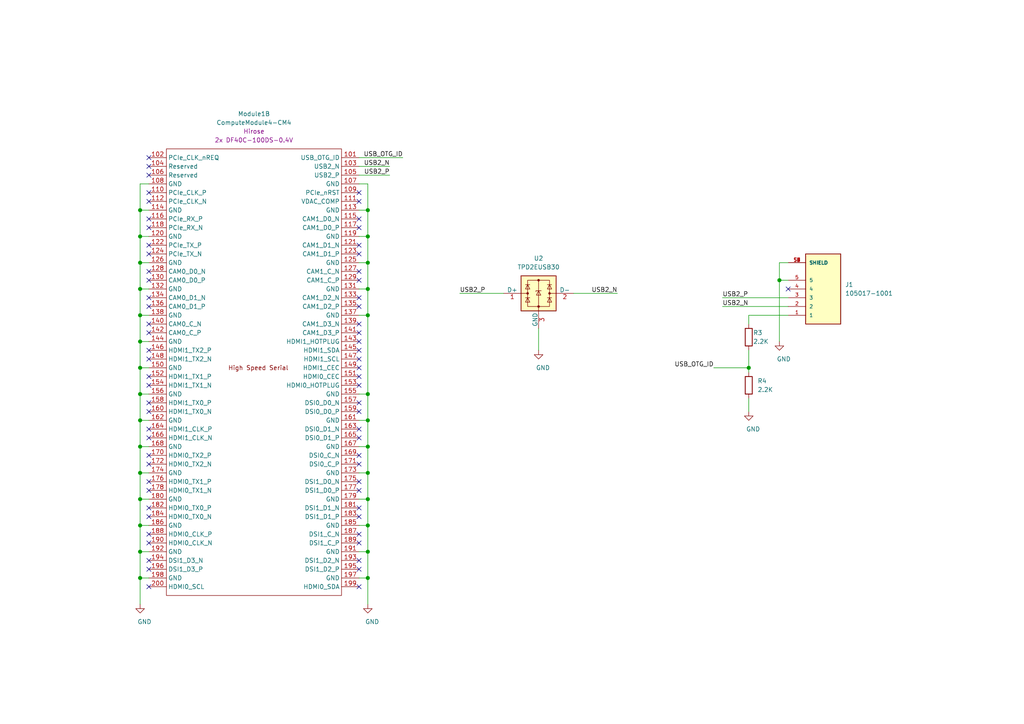
<source format=kicad_sch>
(kicad_sch (version 20210126) (generator eeschema)
  (paper "A4")
  (title_block (title "Raspberry Pi CM4 Carrier Board for Drone with Pixhawk") (date "2020-10-31") (rev "v01") (company "Universitetet i Agder") (comment 2 "creativecommons.org/licenses/by-sa/4.0") (comment 3 "License: CC BY 4.0") (comment 4 "Author: Martin Dahlseng Hermansen") (comment 6 "This is based on Shawn Hymels RPI CM4 Carrier Board Template") (comment 7 "Link to Shawn Hymels GIT: ") (comment 8 "https://github.com/ShawnHymel/rpi-cm4-carrier-template"))
  (lib_symbols
    (symbol "105017-1001:105017-1001" (pin_names (offset 1.016))
      (property "Reference" "J" (at -5.08 10.16 0))
      (property "Value" "105017-1001" (at -5.08 -10.16 0))
      (symbol "105017-1001_0_0"
        (rectangle (start -5.08 -10.16) (end 5.08 10.16) (stroke (width 0.254)) (fill (type background)))
        (pin passive line (at 10.16 7.62 180) (length 5.08) (name "1") (number "1"))
        (pin passive line (at 10.16 5.08 180) (length 5.08) (name "2") (number "2"))
        (pin passive line (at 10.16 2.54 180) (length 5.08) (name "3") (number "3"))
        (pin passive line (at 10.16 0 180) (length 5.08) (name "4") (number "4"))
        (pin passive line (at 10.16 -2.54 180) (length 5.08) (name "5") (number "5"))
        (pin passive line (at 10.16 -7.62 180) (length 5.08) (name "SHIELD") (number "S1"))
        (pin passive line (at 10.16 -7.62 180) (length 5.08) (name "SHIELD") (number "S2"))
        (pin passive line (at 10.16 -7.62 180) (length 5.08) (name "SHIELD") (number "S3"))
        (pin passive line (at 10.16 -7.62 180) (length 5.08) (name "SHIELD") (number "S4"))
        (pin passive line (at 10.16 -7.62 180) (length 5.08) (name "SHIELD") (number "S5"))
        (pin passive line (at 10.16 -7.62 180) (length 5.08) (name "SHIELD") (number "S6"))
      )
    )
    (symbol "CM4IO:ComputeModule4-CM4"
      (property "Reference" "Module" (at 113.03 -68.58 0))
      (property "Value" "ComputeModule4-CM4" (at 140.97 2.54 0))
      (property "Manufacturer" "Hirose" (at 0 0 0))
      (property "MPN" "2x DF40C-100DS-0.4V" (at 0 -2.54 0))
      (property "MPN (Alt)" "2x DF40HC(3.0)-100DS-0.4V" (at 0 0 0))
      (symbol "ComputeModule4-CM4_1_0"
        (text "GPIO" (at 0 6.35 0) (effects (font (size 1.27 1.27))))
      )
      (symbol "ComputeModule4-CM4_1_1"
        (text "600mA Max" (at -8.89 -53.34 0) (effects (font (size 1.27 1.27))))
        (text "600mA Max" (at -8.89 -48.26 0) (effects (font (size 1.27 1.27))))
        (text "NB SD signals are only available" (at -1.27 -27.94 0) (effects (font (size 1.27 1.27))))
        (text "on modules without eMMC" (at -1.27 -30.48 0) (effects (font (size 1.27 1.27))))
        (rectangle (start -30.48 -71.12) (end 25.4 58.42))
        (pin power_in line (at 27.94 55.88 180) (length 2.54) (name "GND") (number "1"))
        (pin passive line (at -33.02 45.72 0) (length 2.54) (name "Ethernet_Pair0_N") (number "10"))
        (pin output line (at -33.02 -68.58 0) (length 2.54) (name "nEXTRST") (number "100"))
        (pin passive line (at 27.94 43.18 180) (length 2.54) (name "Ethernet_Pair2_P") (number "11"))
        (pin passive line (at -33.02 43.18 0) (length 2.54) (name "Ethernet_Pair0_P") (number "12"))
        (pin power_in line (at 27.94 40.64 180) (length 2.54) (name "GND") (number "13"))
        (pin power_in line (at -33.02 40.64 0) (length 2.54) (name "GND") (number "14"))
        (pin output line (at 27.94 38.1 180) (length 2.54) (name "Ethernet_nLED3(3.3v)") (number "15"))
        (pin input line (at -33.02 38.1 0) (length 2.54) (name "Ethernet_SYNC_IN(1.8v)") (number "16"))
        (pin output line (at 27.94 35.56 180) (length 2.54) (name "Ethernet_nLED2(3.3v)") (number "17"))
        (pin input line (at -33.02 35.56 0) (length 2.54) (name "Ethernet_SYNC_OUT(1.8v)") (number "18"))
        (pin output line (at 27.94 33.02 180) (length 2.54) (name "Ethernet_nLED1(3.3v)") (number "19"))
        (pin power_in line (at -33.02 55.88 0) (length 2.54) (name "GND") (number "2"))
        (pin passive line (at -33.02 33.02 0) (length 2.54) (name "EEPROM_nWP") (number "20"))
        (pin open_collector line (at 27.94 30.48 180) (length 2.54) (name "PI_nLED_Activity") (number "21"))
        (pin power_in line (at -33.02 30.48 0) (length 2.54) (name "GND") (number "22"))
        (pin power_in line (at 27.94 27.94 180) (length 2.54) (name "GND") (number "23"))
        (pin passive line (at -33.02 27.94 0) (length 2.54) (name "GPIO26") (number "24"))
        (pin passive line (at 27.94 25.4 180) (length 2.54) (name "GPIO21") (number "25"))
        (pin passive line (at -33.02 25.4 0) (length 2.54) (name "GPIO19") (number "26"))
        (pin passive line (at 27.94 22.86 180) (length 2.54) (name "GPIO20") (number "27"))
        (pin passive line (at -33.02 22.86 0) (length 2.54) (name "GPIO13") (number "28"))
        (pin passive line (at 27.94 20.32 180) (length 2.54) (name "GPIO16") (number "29"))
        (pin passive line (at 27.94 53.34 180) (length 2.54) (name "Ethernet_Pair3_P") (number "3"))
        (pin passive line (at -33.02 20.32 0) (length 2.54) (name "GPIO6") (number "30"))
        (pin passive line (at 27.94 17.78 180) (length 2.54) (name "GPIO12") (number "31"))
        (pin power_in line (at -33.02 17.78 0) (length 2.54) (name "GND") (number "32"))
        (pin power_in line (at 27.94 15.24 180) (length 2.54) (name "GND") (number "33"))
        (pin passive line (at -33.02 15.24 0) (length 2.54) (name "GPIO5") (number "34"))
        (pin passive line (at 27.94 12.7 180) (length 2.54) (name "ID_SC") (number "35"))
        (pin passive line (at -33.02 12.7 0) (length 2.54) (name "ID_SD") (number "36"))
        (pin passive line (at 27.94 10.16 180) (length 2.54) (name "GPIO7") (number "37"))
        (pin passive line (at -33.02 10.16 0) (length 2.54) (name "GPIO11") (number "38"))
        (pin passive line (at 27.94 7.62 180) (length 2.54) (name "GPIO8") (number "39"))
        (pin passive line (at -33.02 53.34 0) (length 2.54) (name "Ethernet_Pair1_P") (number "4"))
        (pin passive line (at -33.02 7.62 0) (length 2.54) (name "GPIO9") (number "40"))
        (pin passive line (at 27.94 5.08 180) (length 2.54) (name "GPIO25") (number "41"))
        (pin power_in line (at -33.02 5.08 0) (length 2.54) (name "GND") (number "42"))
        (pin power_in line (at 27.94 2.54 180) (length 2.54) (name "GND") (number "43"))
        (pin passive line (at -33.02 2.54 0) (length 2.54) (name "GPIO10") (number "44"))
        (pin passive line (at 27.94 0 180) (length 2.54) (name "GPIO24") (number "45"))
        (pin passive line (at -33.02 0 0) (length 2.54) (name "GPIO22") (number "46"))
        (pin passive line (at 27.94 -2.54 180) (length 2.54) (name "GPIO23") (number "47"))
        (pin passive line (at -33.02 -2.54 0) (length 2.54) (name "GPIO27") (number "48"))
        (pin passive line (at 27.94 -5.08 180) (length 2.54) (name "GPIO18") (number "49"))
        (pin passive line (at 27.94 50.8 180) (length 2.54) (name "Ethernet_Pair3_N") (number "5"))
        (pin passive line (at -33.02 -5.08 0) (length 2.54) (name "GPIO17") (number "50"))
        (pin passive line (at 27.94 -7.62 180) (length 2.54) (name "GPIO15") (number "51"))
        (pin power_in line (at -33.02 -7.62 0) (length 2.54) (name "GND") (number "52"))
        (pin power_in line (at 27.94 -10.16 180) (length 2.54) (name "GND") (number "53"))
        (pin passive line (at -33.02 -10.16 0) (length 2.54) (name "GPIO4") (number "54"))
        (pin passive line (at 27.94 -12.7 180) (length 2.54) (name "GPIO14") (number "55"))
        (pin passive line (at -33.02 -12.7 0) (length 2.54) (name "GPIO3") (number "56"))
        (pin passive line (at 27.94 -15.24 180) (length 2.54) (name "SD_CLK") (number "57"))
        (pin passive line (at -33.02 -15.24 0) (length 2.54) (name "GPIO2") (number "58"))
        (pin power_in line (at 27.94 -17.78 180) (length 2.54) (name "GND") (number "59"))
        (pin passive line (at -33.02 50.8 0) (length 2.54) (name "Ethernet_Pair1_N") (number "6"))
        (pin power_in line (at -33.02 -17.78 0) (length 2.54) (name "GND") (number "60"))
        (pin passive line (at 27.94 -20.32 180) (length 2.54) (name "SD_DAT3") (number "61"))
        (pin passive line (at -33.02 -20.32 0) (length 2.54) (name "SD_CMD") (number "62"))
        (pin passive line (at 27.94 -22.86 180) (length 2.54) (name "SD_DAT0") (number "63"))
        (pin passive line (at -33.02 -22.86 0) (length 2.54) (name "SD_DAT5") (number "64"))
        (pin power_in line (at 27.94 -25.4 180) (length 2.54) (name "GND") (number "65"))
        (pin power_in line (at -33.02 -25.4 0) (length 2.54) (name "GND") (number "66"))
        (pin passive line (at 27.94 -27.94 180) (length 2.54) (name "SD_DAT1") (number "67"))
        (pin passive line (at -33.02 -27.94 0) (length 2.54) (name "SD_DAT4") (number "68"))
        (pin passive line (at 27.94 -30.48 180) (length 2.54) (name "SD_DAT2") (number "69"))
        (pin power_in line (at 27.94 48.26 180) (length 2.54) (name "GND") (number "7"))
        (pin passive line (at -33.02 -30.48 0) (length 2.54) (name "SD_DAT7") (number "70"))
        (pin power_in line (at 27.94 -33.02 180) (length 2.54) (name "GND") (number "71"))
        (pin passive line (at -33.02 -33.02 0) (length 2.54) (name "SD_DAT6") (number "72"))
        (pin input line (at 27.94 -35.56 180) (length 2.54) (name "SD_VDD_Override") (number "73"))
        (pin power_in line (at -33.02 -35.56 0) (length 2.54) (name "GND") (number "74"))
        (pin output line (at 27.94 -38.1 180) (length 2.54) (name "SD_PWR_ON") (number "75"))
        (pin passive line (at -33.02 -38.1 0) (length 2.54) (name "Reserved") (number "76"))
        (pin power_in line (at 27.94 -40.64 180) (length 2.54) (name "+5v_(Input)") (number "77"))
        (pin power_in line (at -33.02 -40.64 0) (length 2.54) (name "GPIO_VREF(1.8v/3.3v_Input)") (number "78"))
        (pin power_in line (at 27.94 -43.18 180) (length 2.54) (name "+5v_(Input)") (number "79"))
        (pin power_in line (at -33.02 48.26 0) (length 2.54) (name "GND") (number "8"))
        (pin passive line (at -33.02 -43.18 0) (length 2.54) (name "SCL0") (number "80"))
        (pin power_in line (at 27.94 -45.72 180) (length 2.54) (name "+5v_(Input)") (number "81"))
        (pin passive line (at -33.02 -45.72 0) (length 2.54) (name "SDA0") (number "82"))
        (pin power_in line (at 27.94 -48.26 180) (length 2.54) (name "+5v_(Input)") (number "83"))
        (pin power_out line (at -33.02 -48.26 0) (length 2.54) (name "+3.3v_(Output)") (number "84"))
        (pin power_in line (at 27.94 -50.8 180) (length 2.54) (name "+5v_(Input)") (number "85"))
        (pin power_out line (at -33.02 -50.8 0) (length 2.54) (name "+3.3v_(Output)") (number "86"))
        (pin power_in line (at 27.94 -53.34 180) (length 2.54) (name "+5v_(Input)") (number "87"))
        (pin power_out line (at -33.02 -53.34 0) (length 2.54) (name "+1.8v_(Output)") (number "88"))
        (pin power_in line (at 27.94 -55.88 180) (length 2.54) (name "WiFi_nDisable") (number "89"))
        (pin passive line (at 27.94 45.72 180) (length 2.54) (name "Ethernet_Pair2_N") (number "9"))
        (pin power_out line (at -33.02 -55.88 0) (length 2.54) (name "+1.8v_(Output)") (number "90"))
        (pin power_in line (at 27.94 -58.42 180) (length 2.54) (name "BT_nDisable") (number "91"))
        (pin passive line (at -33.02 -58.42 0) (length 2.54) (name "RUN_PG") (number "92"))
        (pin input line (at 27.94 -60.96 180) (length 2.54) (name "nRPIBOOT") (number "93"))
        (pin passive line (at -33.02 -60.96 0) (length 2.54) (name "AnalogIP0") (number "94"))
        (pin output line (at 27.94 -63.5 180) (length 2.54) (name "nPI_LED_PWR") (number "95"))
        (pin passive line (at -33.02 -63.5 0) (length 2.54) (name "AnalogIP1") (number "96"))
        (pin passive line (at 27.94 -66.04 180) (length 2.54) (name "Camera_GPIO") (number "97"))
        (pin power_in line (at -33.02 -66.04 0) (length 2.54) (name "GND") (number "98"))
        (pin input line (at 27.94 -68.58 180) (length 2.54) (name "Global_EN") (number "99"))
      )
      (symbol "ComputeModule4-CM4_2_1"
        (text "High Speed Serial" (at 140.97 0 0) (effects (font (size 1.27 1.27))))
        (rectangle (start 114.3 -66.04) (end 165.1 63.5))
        (pin input line (at 170.18 60.96 180) (length 5.08) (name "USB_OTG_ID") (number "101"))
        (pin input line (at 109.22 60.96 0) (length 5.08) (name "PCIe_CLK_nREQ") (number "102"))
        (pin passive line (at 170.18 58.42 180) (length 5.08) (name "USB2_N") (number "103"))
        (pin passive line (at 109.22 58.42 0) (length 5.08) (name "Reserved") (number "104"))
        (pin passive line (at 170.18 55.88 180) (length 5.08) (name "USB2_P") (number "105"))
        (pin passive line (at 109.22 55.88 0) (length 5.08) (name "Reserved") (number "106"))
        (pin power_in line (at 170.18 53.34 180) (length 5.08) (name "GND") (number "107"))
        (pin power_in line (at 109.22 53.34 0) (length 5.08) (name "GND") (number "108"))
        (pin bidirectional line (at 170.18 50.8 180) (length 5.08) (name "PCIe_nRST") (number "109"))
        (pin output line (at 109.22 50.8 0) (length 5.08) (name "PCIe_CLK_P") (number "110"))
        (pin passive line (at 170.18 48.26 180) (length 5.08) (name "VDAC_COMP") (number "111"))
        (pin output line (at 109.22 48.26 0) (length 5.08) (name "PCIe_CLK_N") (number "112"))
        (pin power_in line (at 170.18 45.72 180) (length 5.08) (name "GND") (number "113"))
        (pin power_in line (at 109.22 45.72 0) (length 5.08) (name "GND") (number "114"))
        (pin input line (at 170.18 43.18 180) (length 5.08) (name "CAM1_D0_N") (number "115"))
        (pin input line (at 109.22 43.18 0) (length 5.08) (name "PCIe_RX_P") (number "116"))
        (pin input line (at 170.18 40.64 180) (length 5.08) (name "CAM1_D0_P") (number "117"))
        (pin input line (at 109.22 40.64 0) (length 5.08) (name "PCIe_RX_N") (number "118"))
        (pin power_in line (at 170.18 38.1 180) (length 5.08) (name "GND") (number "119"))
        (pin power_in line (at 109.22 38.1 0) (length 5.08) (name "GND") (number "120"))
        (pin input line (at 170.18 35.56 180) (length 5.08) (name "CAM1_D1_N") (number "121"))
        (pin output line (at 109.22 35.56 0) (length 5.08) (name "PCIe_TX_P") (number "122"))
        (pin input line (at 170.18 33.02 180) (length 5.08) (name "CAM1_D1_P") (number "123"))
        (pin output line (at 109.22 33.02 0) (length 5.08) (name "PCIe_TX_N") (number "124"))
        (pin power_in line (at 170.18 30.48 180) (length 5.08) (name "GND") (number "125"))
        (pin power_in line (at 109.22 30.48 0) (length 5.08) (name "GND") (number "126"))
        (pin input line (at 170.18 27.94 180) (length 5.08) (name "CAM1_C_N") (number "127"))
        (pin input line (at 109.22 27.94 0) (length 5.08) (name "CAM0_D0_N") (number "128"))
        (pin input line (at 170.18 25.4 180) (length 5.08) (name "CAM1_C_P") (number "129"))
        (pin input line (at 109.22 25.4 0) (length 5.08) (name "CAM0_D0_P") (number "130"))
        (pin power_in line (at 170.18 22.86 180) (length 5.08) (name "GND") (number "131"))
        (pin power_in line (at 109.22 22.86 0) (length 5.08) (name "GND") (number "132"))
        (pin input line (at 170.18 20.32 180) (length 5.08) (name "CAM1_D2_N") (number "133"))
        (pin input line (at 109.22 20.32 0) (length 5.08) (name "CAM0_D1_N") (number "134"))
        (pin input line (at 170.18 17.78 180) (length 5.08) (name "CAM1_D2_P") (number "135"))
        (pin input line (at 109.22 17.78 0) (length 5.08) (name "CAM0_D1_P") (number "136"))
        (pin power_in line (at 170.18 15.24 180) (length 5.08) (name "GND") (number "137"))
        (pin power_in line (at 109.22 15.24 0) (length 5.08) (name "GND") (number "138"))
        (pin input line (at 170.18 12.7 180) (length 5.08) (name "CAM1_D3_N") (number "139"))
        (pin input line (at 109.22 12.7 0) (length 5.08) (name "CAM0_C_N") (number "140"))
        (pin input line (at 170.18 10.16 180) (length 5.08) (name "CAM1_D3_P") (number "141"))
        (pin input line (at 109.22 10.16 0) (length 5.08) (name "CAM0_C_P") (number "142"))
        (pin input line (at 170.18 7.62 180) (length 5.08) (name "HDMI1_HOTPLUG") (number "143"))
        (pin power_in line (at 109.22 7.62 0) (length 5.08) (name "GND") (number "144"))
        (pin bidirectional line (at 170.18 5.08 180) (length 5.08) (name "HDMI1_SDA") (number "145"))
        (pin output line (at 109.22 5.08 0) (length 5.08) (name "HDMI1_TX2_P") (number "146"))
        (pin open_collector line (at 170.18 2.54 180) (length 5.08) (name "HDMI1_SCL") (number "147"))
        (pin output line (at 109.22 2.54 0) (length 5.08) (name "HDMI1_TX2_N") (number "148"))
        (pin open_collector line (at 170.18 0 180) (length 5.08) (name "HDMI1_CEC") (number "149"))
        (pin power_in line (at 109.22 0 0) (length 5.08) (name "GND") (number "150"))
        (pin open_collector line (at 170.18 -2.54 180) (length 5.08) (name "HDMI0_CEC") (number "151"))
        (pin output line (at 109.22 -2.54 0) (length 5.08) (name "HDMI1_TX1_P") (number "152"))
        (pin input line (at 170.18 -5.08 180) (length 5.08) (name "HDMI0_HOTPLUG") (number "153"))
        (pin output line (at 109.22 -5.08 0) (length 5.08) (name "HDMI1_TX1_N") (number "154"))
        (pin power_in line (at 170.18 -7.62 180) (length 5.08) (name "GND") (number "155"))
        (pin power_in line (at 109.22 -7.62 0) (length 5.08) (name "GND") (number "156"))
        (pin output line (at 170.18 -10.16 180) (length 5.08) (name "DSI0_D0_N") (number "157"))
        (pin output line (at 109.22 -10.16 0) (length 5.08) (name "HDMI1_TX0_P") (number "158"))
        (pin output line (at 170.18 -12.7 180) (length 5.08) (name "DSI0_D0_P") (number "159"))
        (pin output line (at 109.22 -12.7 0) (length 5.08) (name "HDMI1_TX0_N") (number "160"))
        (pin power_in line (at 170.18 -15.24 180) (length 5.08) (name "GND") (number "161"))
        (pin power_in line (at 109.22 -15.24 0) (length 5.08) (name "GND") (number "162"))
        (pin output line (at 170.18 -17.78 180) (length 5.08) (name "DSI0_D1_N") (number "163"))
        (pin output line (at 109.22 -17.78 0) (length 5.08) (name "HDMI1_CLK_P") (number "164"))
        (pin output line (at 170.18 -20.32 180) (length 5.08) (name "DSI0_D1_P") (number "165"))
        (pin output line (at 109.22 -20.32 0) (length 5.08) (name "HDMI1_CLK_N") (number "166"))
        (pin power_in line (at 170.18 -22.86 180) (length 5.08) (name "GND") (number "167"))
        (pin power_in line (at 109.22 -22.86 0) (length 5.08) (name "GND") (number "168"))
        (pin output line (at 170.18 -25.4 180) (length 5.08) (name "DSI0_C_N") (number "169"))
        (pin output line (at 109.22 -25.4 0) (length 5.08) (name "HDMI0_TX2_P") (number "170"))
        (pin output line (at 170.18 -27.94 180) (length 5.08) (name "DSI0_C_P") (number "171"))
        (pin output line (at 109.22 -27.94 0) (length 5.08) (name "HDMI0_TX2_N") (number "172"))
        (pin power_in line (at 170.18 -30.48 180) (length 5.08) (name "GND") (number "173"))
        (pin power_in line (at 109.22 -30.48 0) (length 5.08) (name "GND") (number "174"))
        (pin output line (at 170.18 -33.02 180) (length 5.08) (name "DSI1_D0_N") (number "175"))
        (pin output line (at 109.22 -33.02 0) (length 5.08) (name "HDMI0_TX1_P") (number "176"))
        (pin output line (at 170.18 -35.56 180) (length 5.08) (name "DSI1_D0_P") (number "177"))
        (pin output line (at 109.22 -35.56 0) (length 5.08) (name "HDMI0_TX1_N") (number "178"))
        (pin power_in line (at 170.18 -38.1 180) (length 5.08) (name "GND") (number "179"))
        (pin power_in line (at 109.22 -38.1 0) (length 5.08) (name "GND") (number "180"))
        (pin output line (at 170.18 -40.64 180) (length 5.08) (name "DSI1_D1_N") (number "181"))
        (pin output line (at 109.22 -40.64 0) (length 5.08) (name "HDMI0_TX0_P") (number "182"))
        (pin output line (at 170.18 -43.18 180) (length 5.08) (name "DSI1_D1_P") (number "183"))
        (pin output line (at 109.22 -43.18 0) (length 5.08) (name "HDMI0_TX0_N") (number "184"))
        (pin power_in line (at 170.18 -45.72 180) (length 5.08) (name "GND") (number "185"))
        (pin power_in line (at 109.22 -45.72 0) (length 5.08) (name "GND") (number "186"))
        (pin output line (at 170.18 -48.26 180) (length 5.08) (name "DSI1_C_N") (number "187"))
        (pin output line (at 109.22 -48.26 0) (length 5.08) (name "HDMI0_CLK_P") (number "188"))
        (pin output line (at 170.18 -50.8 180) (length 5.08) (name "DSI1_C_P") (number "189"))
        (pin output line (at 109.22 -50.8 0) (length 5.08) (name "HDMI0_CLK_N") (number "190"))
        (pin power_in line (at 170.18 -53.34 180) (length 5.08) (name "GND") (number "191"))
        (pin power_in line (at 109.22 -53.34 0) (length 5.08) (name "GND") (number "192"))
        (pin output line (at 170.18 -55.88 180) (length 5.08) (name "DSI1_D2_N") (number "193"))
        (pin output line (at 109.22 -55.88 0) (length 5.08) (name "DSI1_D3_N") (number "194"))
        (pin output line (at 170.18 -58.42 180) (length 5.08) (name "DSI1_D2_P") (number "195"))
        (pin output line (at 109.22 -58.42 0) (length 5.08) (name "DSI1_D3_P") (number "196"))
        (pin power_in line (at 170.18 -60.96 180) (length 5.08) (name "GND") (number "197"))
        (pin power_in line (at 109.22 -60.96 0) (length 5.08) (name "GND") (number "198"))
        (pin bidirectional line (at 170.18 -63.5 180) (length 5.08) (name "HDMI0_SDA") (number "199"))
        (pin open_collector line (at 109.22 -63.5 0) (length 5.08) (name "HDMI0_SCL") (number "200"))
      )
    )
    (symbol "Device:R" (pin_numbers hide) (pin_names (offset 0))
      (property "Reference" "R" (at 2.032 0 90))
      (property "Value" "R" (at 0 0 90))
      (symbol "R_0_1"
        (rectangle (start -1.016 -2.54) (end 1.016 2.54) (stroke (width 0.254)))
      )
      (symbol "R_1_1"
        (pin passive line (at 0 3.81 270) (length 1.27) (name "~") (number "1"))
        (pin passive line (at 0 -3.81 90) (length 1.27) (name "~") (number "2"))
      )
    )
    (symbol "Power_Protection:TPD2EUSB30" (pin_names (offset 0))
      (property "Reference" "U" (at 0 6.35 0))
      (property "Value" "TPD2EUSB30" (at 7.62 -7.62 0))
      (symbol "TPD2EUSB30_0_1"
        (circle (center -3.175 0) (radius 0.2794) (fill (type outline)))
        (circle (center 0 -3.81) (radius 0.2794) (fill (type outline)))
        (circle (center 0 3.81) (radius 0.2794) (fill (type outline)))
        (circle (center 3.175 0) (radius 0.2794) (fill (type outline)))
        (rectangle (start -5.08 5.08) (end 5.08 -5.08) (stroke (width 0.254)) (fill (type background)))
        (rectangle (start -3.175 3.81) (end 3.175 -3.81))
        (polyline (pts (xy -5.08 0) (xy -3.175 0)))
        (polyline (pts (xy -3.81 -1.27) (xy -2.54 -1.27)))
        (polyline (pts (xy -3.81 2.54) (xy -2.54 2.54)))
        (polyline (pts (xy 0 3.81) (xy 0 -5.08)))
        (polyline (pts (xy 2.54 -1.27) (xy 3.81 -1.27)))
        (polyline (pts (xy 2.54 2.54) (xy 3.81 2.54)))
        (polyline (pts (xy 5.08 0) (xy 3.175 0)))
        (polyline (pts (xy 0.762 0.762) (xy -0.762 0.762) (xy -0.762 0.508)))
        (polyline (pts (xy -2.54 -2.54) (xy -3.81 -2.54) (xy -3.175 -1.27) (xy -2.54 -2.54)))
        (polyline (pts (xy -2.54 1.27) (xy -3.81 1.27) (xy -3.175 2.54) (xy -2.54 1.27)))
        (polyline (pts (xy 0.635 -0.508) (xy -0.635 -0.508) (xy 0 0.762) (xy 0.635 -0.508)))
        (polyline (pts (xy 3.81 -2.54) (xy 2.54 -2.54) (xy 3.175 -1.27) (xy 3.81 -2.54)))
        (polyline (pts (xy 3.81 1.27) (xy 2.54 1.27) (xy 3.175 2.54) (xy 3.81 1.27)))
      )
      (symbol "TPD2EUSB30_1_1"
        (pin passive line (at -10.16 0 0) (length 5.08) (name "D+") (number "1"))
        (pin passive line (at 10.16 0 180) (length 5.08) (name "D-") (number "2"))
        (pin passive line (at 0 -10.16 90) (length 5.08) (name "GND") (number "3"))
      )
    )
    (symbol "power:GND" (power) (pin_names (offset 0))
      (property "Value" "GND" (at 0 -3.81 0))
      (symbol "GND_0_1"
        (polyline (pts (xy 0 0) (xy 0 -1.27) (xy 1.27 -1.27) (xy 0 -2.54) (xy -1.27 -1.27) (xy 0 -1.27)))
      )
      (symbol "GND_1_1"
        (pin power_in line (at 0 0 270) (length 0) hide (name "GND") (number "1"))
      )
    )
  )
  (junction (at 40.64 60.96) (diameter 1.016))
  (junction (at 40.64 68.58) (diameter 1.016))
  (junction (at 40.64 76.2) (diameter 1.016))
  (junction (at 40.64 83.82) (diameter 1.016))
  (junction (at 40.64 91.44) (diameter 1.016))
  (junction (at 40.64 99.06) (diameter 1.016))
  (junction (at 40.64 106.68) (diameter 1.016))
  (junction (at 40.64 114.3) (diameter 1.016))
  (junction (at 40.64 121.92) (diameter 1.016))
  (junction (at 40.64 129.54) (diameter 1.016))
  (junction (at 40.64 137.16) (diameter 1.016))
  (junction (at 40.64 144.78) (diameter 1.016))
  (junction (at 40.64 152.4) (diameter 1.016))
  (junction (at 40.64 160.02) (diameter 1.016))
  (junction (at 40.64 167.64) (diameter 1.016))
  (junction (at 106.68 60.96) (diameter 1.016))
  (junction (at 106.68 68.58) (diameter 1.016))
  (junction (at 106.68 76.2) (diameter 1.016))
  (junction (at 106.68 83.82) (diameter 1.016))
  (junction (at 106.68 91.44) (diameter 1.016))
  (junction (at 106.68 114.3) (diameter 1.016))
  (junction (at 106.68 121.92) (diameter 1.016))
  (junction (at 106.68 129.54) (diameter 1.016))
  (junction (at 106.68 137.16) (diameter 1.016))
  (junction (at 106.68 144.78) (diameter 1.016))
  (junction (at 106.68 152.4) (diameter 1.016))
  (junction (at 106.68 160.02) (diameter 1.016))
  (junction (at 106.68 167.64) (diameter 1.016))
  (junction (at 217.17 106.68) (diameter 1.016))
  (junction (at 226.06 81.28) (diameter 1.016))
  (no_connect (at 43.18 45.72))
  (no_connect (at 43.18 48.26))
  (no_connect (at 43.18 50.8))
  (no_connect (at 43.18 55.88))
  (no_connect (at 43.18 58.42))
  (no_connect (at 43.18 63.5))
  (no_connect (at 43.18 66.04))
  (no_connect (at 43.18 71.12))
  (no_connect (at 43.18 73.66))
  (no_connect (at 43.18 78.74))
  (no_connect (at 43.18 81.28))
  (no_connect (at 43.18 86.36))
  (no_connect (at 43.18 88.9))
  (no_connect (at 43.18 93.98))
  (no_connect (at 43.18 96.52))
  (no_connect (at 43.18 101.6))
  (no_connect (at 43.18 104.14))
  (no_connect (at 43.18 109.22))
  (no_connect (at 43.18 111.76))
  (no_connect (at 43.18 116.84))
  (no_connect (at 43.18 119.38))
  (no_connect (at 43.18 124.46))
  (no_connect (at 43.18 127))
  (no_connect (at 43.18 132.08))
  (no_connect (at 43.18 134.62))
  (no_connect (at 43.18 139.7))
  (no_connect (at 43.18 142.24))
  (no_connect (at 43.18 147.32))
  (no_connect (at 43.18 149.86))
  (no_connect (at 43.18 154.94))
  (no_connect (at 43.18 157.48))
  (no_connect (at 43.18 162.56))
  (no_connect (at 43.18 165.1))
  (no_connect (at 43.18 170.18))
  (no_connect (at 104.14 55.88))
  (no_connect (at 104.14 58.42))
  (no_connect (at 104.14 63.5))
  (no_connect (at 104.14 66.04))
  (no_connect (at 104.14 71.12))
  (no_connect (at 104.14 73.66))
  (no_connect (at 104.14 78.74))
  (no_connect (at 104.14 81.28))
  (no_connect (at 104.14 86.36))
  (no_connect (at 104.14 88.9))
  (no_connect (at 104.14 93.98))
  (no_connect (at 104.14 96.52))
  (no_connect (at 104.14 99.06))
  (no_connect (at 104.14 101.6))
  (no_connect (at 104.14 104.14))
  (no_connect (at 104.14 106.68))
  (no_connect (at 104.14 109.22))
  (no_connect (at 104.14 111.76))
  (no_connect (at 104.14 116.84))
  (no_connect (at 104.14 119.38))
  (no_connect (at 104.14 124.46))
  (no_connect (at 104.14 127))
  (no_connect (at 104.14 132.08))
  (no_connect (at 104.14 134.62))
  (no_connect (at 104.14 139.7))
  (no_connect (at 104.14 142.24))
  (no_connect (at 104.14 147.32))
  (no_connect (at 104.14 149.86))
  (no_connect (at 104.14 154.94))
  (no_connect (at 104.14 157.48))
  (no_connect (at 104.14 162.56))
  (no_connect (at 104.14 165.1))
  (no_connect (at 104.14 170.18))
  (no_connect (at 228.6 83.82))
  (wire (pts (xy 40.64 53.34) (xy 40.64 60.96)))
  (wire (pts (xy 40.64 53.34) (xy 43.18 53.34)))
  (wire (pts (xy 40.64 60.96) (xy 40.64 68.58)))
  (wire (pts (xy 40.64 60.96) (xy 43.18 60.96)))
  (wire (pts (xy 40.64 68.58) (xy 40.64 76.2)))
  (wire (pts (xy 40.64 68.58) (xy 43.18 68.58)))
  (wire (pts (xy 40.64 76.2) (xy 40.64 83.82)))
  (wire (pts (xy 40.64 76.2) (xy 43.18 76.2)))
  (wire (pts (xy 40.64 83.82) (xy 40.64 91.44)))
  (wire (pts (xy 40.64 83.82) (xy 43.18 83.82)))
  (wire (pts (xy 40.64 91.44) (xy 40.64 99.06)))
  (wire (pts (xy 40.64 91.44) (xy 43.18 91.44)))
  (wire (pts (xy 40.64 99.06) (xy 40.64 106.68)))
  (wire (pts (xy 40.64 99.06) (xy 43.18 99.06)))
  (wire (pts (xy 40.64 106.68) (xy 40.64 114.3)))
  (wire (pts (xy 40.64 106.68) (xy 43.18 106.68)))
  (wire (pts (xy 40.64 114.3) (xy 40.64 121.92)))
  (wire (pts (xy 40.64 114.3) (xy 43.18 114.3)))
  (wire (pts (xy 40.64 121.92) (xy 40.64 129.54)))
  (wire (pts (xy 40.64 121.92) (xy 43.18 121.92)))
  (wire (pts (xy 40.64 129.54) (xy 40.64 137.16)))
  (wire (pts (xy 40.64 129.54) (xy 43.18 129.54)))
  (wire (pts (xy 40.64 137.16) (xy 40.64 144.78)))
  (wire (pts (xy 40.64 137.16) (xy 43.18 137.16)))
  (wire (pts (xy 40.64 144.78) (xy 40.64 152.4)))
  (wire (pts (xy 40.64 144.78) (xy 43.18 144.78)))
  (wire (pts (xy 40.64 152.4) (xy 40.64 160.02)))
  (wire (pts (xy 40.64 152.4) (xy 43.18 152.4)))
  (wire (pts (xy 40.64 160.02) (xy 40.64 167.64)))
  (wire (pts (xy 40.64 160.02) (xy 43.18 160.02)))
  (wire (pts (xy 40.64 167.64) (xy 40.64 175.26)))
  (wire (pts (xy 40.64 167.64) (xy 43.18 167.64)))
  (wire (pts (xy 104.14 45.72) (xy 116.84 45.72)))
  (wire (pts (xy 104.14 48.26) (xy 113.03 48.26)))
  (wire (pts (xy 104.14 50.8) (xy 113.03 50.8)))
  (wire (pts (xy 104.14 53.34) (xy 106.68 53.34)))
  (wire (pts (xy 104.14 60.96) (xy 106.68 60.96)))
  (wire (pts (xy 104.14 68.58) (xy 106.68 68.58)))
  (wire (pts (xy 104.14 76.2) (xy 106.68 76.2)))
  (wire (pts (xy 104.14 83.82) (xy 106.68 83.82)))
  (wire (pts (xy 104.14 91.44) (xy 106.68 91.44)))
  (wire (pts (xy 104.14 114.3) (xy 106.68 114.3)))
  (wire (pts (xy 104.14 121.92) (xy 106.68 121.92)))
  (wire (pts (xy 104.14 129.54) (xy 106.68 129.54)))
  (wire (pts (xy 104.14 137.16) (xy 106.68 137.16)))
  (wire (pts (xy 104.14 144.78) (xy 106.68 144.78)))
  (wire (pts (xy 104.14 152.4) (xy 106.68 152.4)))
  (wire (pts (xy 104.14 160.02) (xy 106.68 160.02)))
  (wire (pts (xy 104.14 167.64) (xy 106.68 167.64)))
  (wire (pts (xy 106.68 53.34) (xy 106.68 60.96)))
  (wire (pts (xy 106.68 60.96) (xy 106.68 68.58)))
  (wire (pts (xy 106.68 68.58) (xy 106.68 76.2)))
  (wire (pts (xy 106.68 76.2) (xy 106.68 83.82)))
  (wire (pts (xy 106.68 83.82) (xy 106.68 91.44)))
  (wire (pts (xy 106.68 91.44) (xy 106.68 114.3)))
  (wire (pts (xy 106.68 114.3) (xy 106.68 121.92)))
  (wire (pts (xy 106.68 121.92) (xy 106.68 129.54)))
  (wire (pts (xy 106.68 129.54) (xy 106.68 137.16)))
  (wire (pts (xy 106.68 137.16) (xy 106.68 144.78)))
  (wire (pts (xy 106.68 144.78) (xy 106.68 152.4)))
  (wire (pts (xy 106.68 152.4) (xy 106.68 160.02)))
  (wire (pts (xy 106.68 160.02) (xy 106.68 167.64)))
  (wire (pts (xy 106.68 167.64) (xy 106.68 175.26)))
  (wire (pts (xy 133.35 85.09) (xy 146.05 85.09)))
  (wire (pts (xy 156.21 95.25) (xy 156.21 101.6)))
  (wire (pts (xy 179.07 85.09) (xy 166.37 85.09)))
  (wire (pts (xy 207.01 106.68) (xy 217.17 106.68)))
  (wire (pts (xy 209.55 86.36) (xy 228.6 86.36)))
  (wire (pts (xy 209.55 88.9) (xy 228.6 88.9)))
  (wire (pts (xy 217.17 91.44) (xy 217.17 93.98)))
  (wire (pts (xy 217.17 91.44) (xy 228.6 91.44)))
  (wire (pts (xy 217.17 101.6) (xy 217.17 106.68)))
  (wire (pts (xy 217.17 106.68) (xy 217.17 107.95)))
  (wire (pts (xy 217.17 115.57) (xy 217.17 119.38)))
  (wire (pts (xy 226.06 76.2) (xy 226.06 81.28)))
  (wire (pts (xy 226.06 81.28) (xy 226.06 99.06)))
  (wire (pts (xy 226.06 81.28) (xy 228.6 81.28)))
  (wire (pts (xy 228.6 76.2) (xy 226.06 76.2)))
  (label "USB2_N" (at 113.03 48.26 180))
  (label "USB2_P" (at 113.03 50.8 180))
  (label "USB_OTG_ID" (at 116.84 45.72 180))
  (label "USB2_P" (at 133.35 85.09 0))
  (label "USB2_N" (at 179.07 85.09 180))
  (label "USB_OTG_ID" (at 207.01 106.68 180))
  (label "USB2_P" (at 209.55 86.36 0))
  (label "USB2_N" (at 209.55 88.9 0))
  (symbol (lib_id "power:GND") (at 40.64 175.26 0) (unit 1)
    (property "Reference" "#PWR0108" (effects hide))
    (property "Value" "GND" (at 41.91 180.34 0))
  )
  (symbol (lib_id "power:GND") (at 106.68 175.26 0) (unit 1)
    (property "Reference" "#PWR0107" (effects hide))
    (property "Value" "GND" (at 107.95 180.34 0))
  )
  (symbol (lib_id "power:GND") (at 156.21 101.6 0) (unit 1)
    (property "Reference" "#PWR01" (effects hide))
    (property "Value" "GND" (at 157.48 106.68 0))
  )
  (symbol (lib_id "power:GND") (at 217.17 119.38 0) (unit 1)
    (property "Reference" "#PWR04" (effects hide))
    (property "Value" "GND" (at 218.44 124.46 0))
  )
  (symbol (lib_id "power:GND") (at 226.06 99.06 0) (unit 1)
    (property "Reference" "#PWR0109" (effects hide))
    (property "Value" "GND" (at 227.33 104.14 0))
  )
  (symbol (lib_id "Device:R") (at 217.17 97.79 0) (unit 1)
    (property "Reference" "R3" (at 218.44 96.52 0) (effects (justify left)))
    (property "Value" "2.2K" (at 218.44 99.06 0) (effects (justify left)))
    (property "Footprint" "Resistor_SMD:R_0805_2012Metric" (effects hide))
    (property "Datasheet" "https://lcsc.com/product-detail/Chip-Resistor-Surface-Mount_2-2KR-222-5_C101970.html" (effects hide))
    (property "MPN" "CR0805J80222G" (effects hide))
    (property "LCSC PN" "C101970" (effects hide))
  )
  (symbol (lib_id "Device:R") (at 217.17 111.76 0) (unit 1)
    (property "Reference" "R4" (at 219.71 110.49 0) (effects (justify left)))
    (property "Value" "2.2K" (at 219.71 113.03 0) (effects (justify left)))
    (property "Footprint" "Resistor_SMD:R_0805_2012Metric" (effects hide))
    (property "Datasheet" "https://lcsc.com/product-detail/Chip-Resistor-Surface-Mount_2-2KR-222-5_C101970.html" (effects hide))
    (property "MPN" "CR0805J80222G" (effects hide))
    (property "LCSC PN" "C101970" (effects hide))
  )
  (symbol (lib_id "105017-1001:105017-1001") (at 238.76 83.82 180) (unit 1)
    (property "Reference" "J1" (at 245.11 82.55 0) (effects (justify right)))
    (property "Value" "105017-1001" (at 245.11 85.09 0) (effects (justify right)))
    (property "Footprint" "Molex_105017_microUSB:MOLEX_105017-1001" (effects hide))
    (property "Datasheet" "https://no.farnell.com/molex/105017-1001/usb-conn-2-0-micro-usb-type-b/dp/2614950?gclid=Cj0KCQjwrsGCBhD1ARIsALILBYqli3xMnG1R9x0tYUZdHkVf2RIxHR5UozV9G2j2W-9S83ImraH7H90aApCyEALw_wcB&mckv=s_dc|pcrid|419135935891|kword|+molex%20+105017-1001|match|b|plid||slid||product||pgrid|50660169119|ptaid|kwd-324683728515|&CMP=KNC-GNO-GEN-SKU-MDC" (effects hide))
    (property "MAXIMUM_PACKAGE_HIEGHT" "2.9mm" (effects hide))
    (property "STANDARD" "Manufacturer Recommendations" (effects hide))
    (property "PARTREV" "F" (effects hide))
    (property "MANUFACTURER" "MOLEX" (effects hide))
  )
  (symbol (lib_id "Power_Protection:TPD2EUSB30") (at 156.21 85.09 0) (unit 1)
    (property "Reference" "U2" (at 156.21 74.93 0))
    (property "Value" "TPD2EUSB30" (at 156.21 77.47 0))
    (property "Footprint" "Package_TO_SOT_SMD:Texas_DRT-3" (effects hide))
    (property "Datasheet" "http://www.ti.com/lit/ds/symlink/tpd2eusb30a.pdf" (effects hide))
  )
  (symbol (lib_id "CM4IO:ComputeModule4-CM4") (at -66.04 106.68 0) (unit 2)
    (property "Reference" "Module1" (at 73.66 33.02 0))
    (property "Value" "ComputeModule4-CM4" (at 73.66 35.56 0))
    (property "Footprint" "CM4IO:Raspberry-Pi-4-Compute-Module" (effects hide))
    (property "LCSC_PN" " C597931" (effects hide))
    (property "Field4" "Hirose" (at 73.66 38.1 0))
    (property "Field5" "2x DF40C-100DS-0.4V" (at 73.66 40.64 0))
    (property "Manufacturer" "Hirose" (effects hide))
    (property "MPN" "2x DF40C-100DS-0.4V" (effects hide))
    (property "MPN (Alt)" "2x DF40HC(3.0)-100DS-0.4V" (effects hide))
  )
)
</source>
